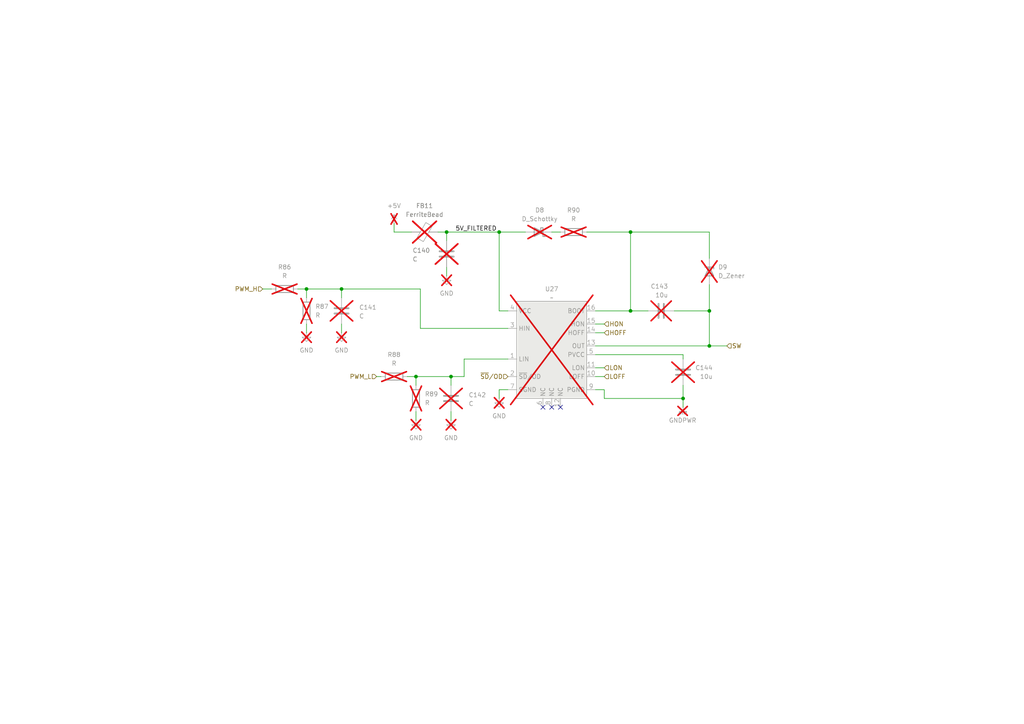
<source format=kicad_sch>
(kicad_sch (version 20231120) (generator "eeschema") (generator_version "8.0")
  (paper "A4")
  (title_block (title "HyperDrive Motor Controller") (rev "Mk. 1") (company "University of Alberta EcoCar Team"))
  (lib_symbols
    (symbol "Device:C" (pin_numbers hide) (pin_names (offset 0.254))
      (property "Reference" "C" (at 0.635 2.54 0))
      (property "Value" "C" (at 0.635 -2.54 0))
      (symbol "C_0_1"
        (polyline (pts (xy -2.032 -0.762) (xy 2.032 -0.762)) (stroke (width 0.508)))
        (polyline (pts (xy -2.032 0.762) (xy 2.032 0.762)) (stroke (width 0.508)))
      )
      (symbol "C_1_1"
        (pin passive line (at 0 3.81 270) (length 2.794) (name "~") (number "1"))
        (pin passive line (at 0 -3.81 90) (length 2.794) (name "~") (number "2"))
      )
    )
    (symbol "Device:D_Schottky" (pin_numbers hide) (pin_names (offset 1.016) hide)
      (property "Reference" "D" (at 0 2.54 0))
      (property "Value" "D_Schottky" (at 0 -2.54 0))
      (symbol "D_Schottky_0_1"
        (polyline (pts (xy 1.27 0) (xy -1.27 0)))
        (polyline (pts (xy 1.27 1.27) (xy 1.27 -1.27) (xy -1.27 0) (xy 1.27 1.27)) (stroke (width 0.254)))
        (polyline (pts (xy -1.905 0.635) (xy -1.905 1.27) (xy -1.27 1.27) (xy -1.27 -1.27) (xy -0.635 -1.27) (xy -0.635 -0.635)) (stroke (width 0.254)))
      )
      (symbol "D_Schottky_1_1"
        (pin passive line (at -3.81 0 0) (length 2.54) (name "K") (number "1"))
        (pin passive line (at 3.81 0 180) (length 2.54) (name "A") (number "2"))
      )
    )
    (symbol "Device:D_Zener" (pin_numbers hide) (pin_names (offset 1.016) hide)
      (property "Reference" "D" (at 0 2.54 0))
      (property "Value" "D_Zener" (at 0 -2.54 0))
      (symbol "D_Zener_0_1"
        (polyline (pts (xy 1.27 0) (xy -1.27 0)))
        (polyline (pts (xy -1.27 -1.27) (xy -1.27 1.27) (xy -0.762 1.27)) (stroke (width 0.254)))
        (polyline (pts (xy 1.27 -1.27) (xy 1.27 1.27) (xy -1.27 0) (xy 1.27 -1.27)) (stroke (width 0.254)))
      )
      (symbol "D_Zener_1_1"
        (pin passive line (at -3.81 0 0) (length 2.54) (name "K") (number "1"))
        (pin passive line (at 3.81 0 180) (length 2.54) (name "A") (number "2"))
      )
    )
    (symbol "Device:FerriteBead" (pin_numbers hide) (pin_names (offset 0))
      (property "Reference" "FB" (at -3.81 0.635 90))
      (property "Value" "FerriteBead" (at 3.81 0 90))
      (symbol "FerriteBead_0_1"
        (polyline (pts (xy 0 -1.27) (xy 0 -1.2192)))
        (polyline (pts (xy 0 1.27) (xy 0 1.2954)))
        (polyline (pts (xy -2.7686 0.4064) (xy -1.7018 2.2606) (xy 2.7686 -0.3048) (xy 1.6764 -2.159) (xy -2.7686 0.4064)))
      )
      (symbol "FerriteBead_1_1"
        (pin passive line (at 0 3.81 270) (length 2.54) (name "~") (number "1"))
        (pin passive line (at 0 -3.81 90) (length 2.54) (name "~") (number "2"))
      )
    )
    (symbol "Device:R" (pin_numbers hide) (pin_names (offset 0))
      (property "Reference" "R" (at 2.032 0 90))
      (property "Value" "R" (at 0 0 90))
      (symbol "R_0_1"
        (rectangle (start -1.016 -2.54) (end 1.016 2.54) (stroke (width 0.254)))
      )
      (symbol "R_1_1"
        (pin passive line (at 0 3.81 270) (length 1.27) (name "~") (number "1"))
        (pin passive line (at 0 -3.81 90) (length 1.27) (name "~") (number "2"))
      )
    )
    (symbol "ecocad_lib_symbols:STDRIVEG600"
      (property "Reference" "U" (at 0 15.748 0))
      (symbol "STDRIVEG600_1_1"
        (rectangle (start -10.16 14.224) (end 10.16 -13.97) (fill (type background)))
        (pin input line (at -12.7 -2.54 0) (length 2.54) (name "LIN") (number "1"))
        (pin input line (at 12.7 -7.62 180) (length 2.54) (name "LOFF") (number "10"))
        (pin input line (at 12.7 -5.08 180) (length 2.54) (name "LON") (number "11"))
        (pin input line (at 2.54 -16.51 90) (length 2.54) (name "NC") (number "12"))
        (pin input line (at 12.7 1.27 180) (length 2.54) (name "OUT") (number "13"))
        (pin input line (at 12.7 5.08 180) (length 2.54) (name "HOFF") (number "14"))
        (pin input line (at 12.7 7.62 180) (length 2.54) (name "HON") (number "15"))
        (pin input line (at 12.7 11.43 180) (length 2.54) (name "BOOT") (number "16"))
        (pin input line (at -12.7 -7.62 0) (length 2.54) (name "~{SD}/OD") (number "2"))
        (pin input line (at -12.7 6.35 0) (length 2.54) (name "HIN") (number "3"))
        (pin input line (at -12.7 11.43 0) (length 2.54) (name "VCC") (number "4"))
        (pin input line (at 12.7 -1.27 180) (length 2.54) (name "PVCC") (number "5"))
        (pin input line (at -2.54 -16.51 90) (length 2.54) (name "NC") (number "6"))
        (pin input line (at -12.7 -11.43 0) (length 2.54) (name "SGND") (number "7"))
        (pin input line (at 0 -16.51 90) (length 2.54) (name "NC") (number "8"))
        (pin input line (at 12.7 -11.43 180) (length 2.54) (name "PGND") (number "9"))
      )
    )
    (symbol "power:+5V" (power) (pin_numbers hide) (pin_names (offset 0) hide)
      (property "Value" "+5V" (at 0 3.556 0))
      (symbol "+5V_0_1"
        (polyline (pts (xy -0.762 1.27) (xy 0 2.54)))
        (polyline (pts (xy 0 0) (xy 0 2.54)))
        (polyline (pts (xy 0 2.54) (xy 0.762 1.27)))
      )
      (symbol "+5V_1_1"
        (pin power_in line (at 0 0 90) (length 0) (name "~") (number "1"))
      )
    )
    (symbol "power:GND" (power) (pin_numbers hide) (pin_names (offset 0) hide)
      (property "Value" "GND" (at 0 -3.81 0))
      (symbol "GND_0_1"
        (polyline (pts (xy 0 0) (xy 0 -1.27) (xy 1.27 -1.27) (xy 0 -2.54) (xy -1.27 -1.27) (xy 0 -1.27)))
      )
      (symbol "GND_1_1"
        (pin power_in line (at 0 0 270) (length 0) (name "~") (number "1"))
      )
    )
    (symbol "power:GNDPWR" (power) (pin_numbers hide) (pin_names (offset 0) hide)
      (property "Value" "GNDPWR" (at 0 -3.302 0))
      (symbol "GNDPWR_0_1"
        (polyline (pts (xy 0 -1.27) (xy 0 0)))
        (polyline (pts (xy -1.016 -1.27) (xy -1.27 -2.032) (xy -1.27 -2.032)) (stroke (width 0.2032)))
        (polyline (pts (xy -0.508 -1.27) (xy -0.762 -2.032) (xy -0.762 -2.032)) (stroke (width 0.2032)))
        (polyline (pts (xy 0 -1.27) (xy -0.254 -2.032) (xy -0.254 -2.032)) (stroke (width 0.2032)))
        (polyline (pts (xy 0.508 -1.27) (xy 0.254 -2.032) (xy 0.254 -2.032)) (stroke (width 0.2032)))
        (polyline (pts (xy 1.016 -1.27) (xy -1.016 -1.27) (xy -1.016 -1.27)) (stroke (width 0.2032)))
        (polyline (pts (xy 1.016 -1.27) (xy 0.762 -2.032) (xy 0.762 -2.032) (xy 0.762 -2.032)) (stroke (width 0.2032)))
      )
      (symbol "GNDPWR_1_1"
        (pin power_in line (at 0 0 270) (length 0) (name "~") (number "1"))
      )
    )
  )
  (junction (at 99.06 83.82))
  (junction (at 205.74 90.17))
  (junction (at 144.78 67.31))
  (junction (at 120.65 109.22))
  (junction (at 205.74 100.33))
  (junction (at 129.54 67.31))
  (junction (at 182.88 67.31))
  (junction (at 182.88 90.17))
  (junction (at 130.81 109.22))
  (junction (at 198.12 115.57))
  (junction (at 88.9 83.82))
  (no_connect (at 157.48 118.11))
  (no_connect (at 160.02 118.11))
  (no_connect (at 162.56 118.11))
  (wire (pts (xy 205.74 90.17) (xy 195.58 90.17)))
  (wire (pts (xy 130.81 119.38) (xy 130.81 121.92)))
  (wire (pts (xy 88.9 93.98) (xy 88.9 96.52)))
  (wire (pts (xy 130.81 109.22) (xy 134.62 109.22)))
  (wire (pts (xy 198.12 115.57) (xy 198.12 111.76)))
  (wire (pts (xy 175.26 93.98) (xy 172.72 93.98)))
  (wire (pts (xy 134.62 109.22) (xy 134.62 104.14)))
  (wire (pts (xy 109.22 109.22) (xy 110.49 109.22)))
  (wire (pts (xy 170.18 67.31) (xy 182.88 67.31)))
  (wire (pts (xy 175.26 113.03) (xy 175.26 115.57)))
  (wire (pts (xy 129.54 67.31) (xy 144.78 67.31)))
  (wire (pts (xy 76.2 83.82) (xy 78.74 83.82)))
  (wire (pts (xy 144.78 67.31) (xy 152.4 67.31)))
  (wire (pts (xy 205.74 90.17) (xy 205.74 100.33)))
  (wire (pts (xy 172.72 90.17) (xy 182.88 90.17)))
  (wire (pts (xy 120.65 119.38) (xy 120.65 121.92)))
  (wire (pts (xy 198.12 104.14) (xy 198.12 102.87)))
  (wire (pts (xy 175.26 115.57) (xy 198.12 115.57)))
  (wire (pts (xy 134.62 104.14) (xy 147.32 104.14)))
  (wire (pts (xy 99.06 83.82) (xy 121.92 83.82)))
  (wire (pts (xy 205.74 100.33) (xy 210.82 100.33)))
  (wire (pts (xy 120.65 109.22) (xy 120.65 111.76)))
  (wire (pts (xy 99.06 83.82) (xy 99.06 86.36)))
  (wire (pts (xy 118.11 109.22) (xy 120.65 109.22)))
  (wire (pts (xy 144.78 115.57) (xy 144.78 113.03)))
  (wire (pts (xy 198.12 115.57) (xy 198.12 118.11)))
  (wire (pts (xy 144.78 113.03) (xy 147.32 113.03)))
  (wire (pts (xy 205.74 82.55) (xy 205.74 90.17)))
  (wire (pts (xy 182.88 90.17) (xy 187.96 90.17)))
  (wire (pts (xy 114.3 67.31) (xy 119.38 67.31)))
  (wire (pts (xy 129.54 77.47) (xy 129.54 80.01)))
  (wire (pts (xy 172.72 109.22) (xy 175.26 109.22)))
  (wire (pts (xy 160.02 67.31) (xy 162.56 67.31)))
  (wire (pts (xy 172.72 100.33) (xy 205.74 100.33)))
  (wire (pts (xy 121.92 95.25) (xy 147.32 95.25)))
  (wire (pts (xy 172.72 113.03) (xy 175.26 113.03)))
  (wire (pts (xy 172.72 102.87) (xy 198.12 102.87)))
  (wire (pts (xy 88.9 83.82) (xy 88.9 86.36)))
  (wire (pts (xy 120.65 109.22) (xy 130.81 109.22)))
  (wire (pts (xy 86.36 83.82) (xy 88.9 83.82)))
  (wire (pts (xy 114.3 64.77) (xy 114.3 67.31)))
  (wire (pts (xy 172.72 96.52) (xy 175.26 96.52)))
  (wire (pts (xy 182.88 67.31) (xy 205.74 67.31)))
  (wire (pts (xy 182.88 67.31) (xy 182.88 90.17)))
  (wire (pts (xy 130.81 109.22) (xy 130.81 111.76)))
  (wire (pts (xy 99.06 93.98) (xy 99.06 96.52)))
  (wire (pts (xy 127 67.31) (xy 129.54 67.31)))
  (wire (pts (xy 129.54 67.31) (xy 129.54 69.85)))
  (wire (pts (xy 144.78 67.31) (xy 144.78 90.17)))
  (wire (pts (xy 205.74 74.93) (xy 205.74 67.31)))
  (wire (pts (xy 121.92 83.82) (xy 121.92 95.25)))
  (wire (pts (xy 88.9 83.82) (xy 99.06 83.82)))
  (wire (pts (xy 172.72 106.68) (xy 175.26 106.68)))
  (wire (pts (xy 144.78 90.17) (xy 147.32 90.17)))
  (label "5V_FILTERED" (at 132.08 67.31 0))
  (hierarchical_label "SW" (shape input) (at 210.82 100.33 0))
  (hierarchical_label "LOFF" (shape input) (at 175.26 109.22 0))
  (hierarchical_label "LON" (shape input) (at 175.26 106.68 0))
  (hierarchical_label "~{SD}{slash}OD" (shape input) (at 147.32 109.22 180))
  (hierarchical_label "PWM_L" (shape input) (at 109.22 109.22 180))
  (hierarchical_label "PWM_H" (shape input) (at 76.2 83.82 180))
  (hierarchical_label "HOFF" (shape input) (at 175.26 96.52 0))
  (hierarchical_label "HON" (shape input) (at 175.26 93.98 0))
  (symbol (lib_id "power:GND") (at 130.81 121.92 0) (unit 1) (in_bom no) (on_board no) (dnp yes)
    (property "Reference" "#PWR0239" (effects (hide yes)))
    (property "Value" "GND" (at 130.81 127 0))
    (property "Description" "Power symbol creates a global label with name \"GND\" , ground" (effects (hide yes)))
  )
  (symbol (lib_id "Device:FerriteBead") (at 123.19 67.31 90) (unit 1) (in_bom no) (on_board no) (dnp yes)
    (property "Reference" "FB11" (at 123.1392 59.69 90))
    (property "Value" "FerriteBead" (at 123.1392 62.23 90))
    (property "Description" "Ferrite bead" (effects (hide yes)))
  )
  (symbol (lib_id "Device:C") (at 191.77 90.17 90) (unit 1) (in_bom no) (on_board no) (dnp yes)
    (property "Reference" "C143" (at 193.802 83.058 90) (effects (justify left)))
    (property "Value" "10u" (at 193.802 85.598 90) (effects (justify left)))
    (property "Description" "Unpolarized capacitor" (effects (hide yes)))
  )
  (symbol (lib_id "Device:R") (at 120.65 115.57 180) (unit 1) (in_bom no) (on_board no) (dnp yes)
    (property "Reference" "R89" (at 123.19 114.2999 0) (effects (justify right)))
    (property "Value" "R" (at 123.19 116.8399 0) (effects (justify right)))
    (property "Description" "Resistor" (effects (hide yes)))
  )
  (symbol (lib_id "power:GND") (at 99.06 96.52 0) (unit 1) (in_bom no) (on_board no) (dnp yes)
    (property "Reference" "#PWR0237" (effects (hide yes)))
    (property "Value" "GND" (at 99.06 101.6 0))
    (property "Description" "Power symbol creates a global label with name \"GND\" , ground" (effects (hide yes)))
  )
  (symbol (lib_id "Device:R") (at 88.9 90.17 180) (unit 1) (in_bom no) (on_board no) (dnp yes)
    (property "Reference" "R87" (at 91.44 88.8999 0) (effects (justify right)))
    (property "Value" "R" (at 91.44 91.4399 0) (effects (justify right)))
    (property "Description" "Resistor" (effects (hide yes)))
  )
  (symbol (lib_id "power:GND") (at 88.9 96.52 0) (unit 1) (in_bom no) (on_board no) (dnp yes)
    (property "Reference" "#PWR0236" (effects (hide yes)))
    (property "Value" "GND" (at 88.9 101.6 0))
    (property "Description" "Power symbol creates a global label with name \"GND\" , ground" (effects (hide yes)))
  )
  (symbol (lib_id "power:GNDPWR") (at 198.12 118.11 0) (unit 1) (in_bom no) (on_board no) (dnp yes)
    (property "Reference" "#PWR0241" (effects (hide yes)))
    (property "Value" "GNDPWR" (at 197.993 121.92 0))
    (property "Description" "Power symbol creates a global label with name \"GNDPWR\" , global ground" (effects (hide yes)))
  )
  (symbol (lib_id "Device:C") (at 129.54 73.66 0) (unit 1) (in_bom no) (on_board no) (dnp yes)
    (property "Reference" "C140" (at 119.634 72.644 0) (effects (justify left)))
    (property "Value" "C" (at 119.634 75.184 0) (effects (justify left)))
    (property "Description" "Unpolarized capacitor" (effects (hide yes)))
  )
  (symbol (lib_id "power:GND") (at 120.65 121.92 0) (unit 1) (in_bom no) (on_board no) (dnp yes)
    (property "Reference" "#PWR0238" (effects (hide yes)))
    (property "Value" "GND" (at 120.65 127 0))
    (property "Description" "Power symbol creates a global label with name \"GND\" , ground" (effects (hide yes)))
  )
  (symbol (lib_id "power:GND") (at 144.78 115.57 0) (unit 1) (in_bom no) (on_board no) (dnp yes)
    (property "Reference" "#PWR0240" (effects (hide yes)))
    (property "Value" "GND" (at 144.78 120.65 0))
    (property "Description" "Power symbol creates a global label with name \"GND\" , ground" (effects (hide yes)))
  )
  (symbol (lib_id "Device:D_Schottky") (at 156.21 67.31 180) (unit 1) (in_bom no) (on_board no) (dnp yes)
    (property "Reference" "D8" (at 156.5275 60.96 0))
    (property "Value" "D_Schottky" (at 156.5275 63.5 0))
    (property "Description" "Schottky diode" (effects (hide yes)))
  )
  (symbol (lib_id "ecocad_lib_symbols:STDRIVEG600") (at 160.02 101.6 0) (unit 1) (in_bom no) (on_board no) (dnp yes)
    (property "Reference" "U27" (at 160.02 83.82 0))
    (property "Value" "~" (at 160.02 86.36 0))
    (property "Footprint" "Package_SO:SO-16_5.3x10.2mm_P1.27mm" (effects (hide yes)))
    (property "Datasheet" "https://www.st.com/resource/en/datasheet/stdriveg600.pdf" (effects (hide yes)))
  )
  (symbol (lib_id "Device:R") (at 114.3 109.22 90) (unit 1) (in_bom no) (on_board no) (dnp yes)
    (property "Reference" "R88" (at 114.3 102.87 90))
    (property "Value" "R" (at 114.3 105.41 90))
    (property "Description" "Resistor" (effects (hide yes)))
  )
  (symbol (lib_id "Device:R") (at 82.55 83.82 90) (unit 1) (in_bom no) (on_board no) (dnp yes)
    (property "Reference" "R86" (at 82.55 77.47 90))
    (property "Value" "R" (at 82.55 80.01 90))
    (property "Description" "Resistor" (effects (hide yes)))
  )
  (symbol (lib_id "Device:D_Zener") (at 205.74 78.74 270) (unit 1) (in_bom no) (on_board no) (dnp yes)
    (property "Reference" "D9" (at 208.28 77.4699 90) (effects (justify left)))
    (property "Value" "D_Zener" (at 208.28 80.0099 90) (effects (justify left)))
    (property "Description" "Zener diode" (effects (hide yes)))
  )
  (symbol (lib_id "power:+5V") (at 114.3 64.77 0) (unit 1) (in_bom no) (on_board no) (dnp yes)
    (property "Reference" "#PWR0234" (effects (hide yes)))
    (property "Value" "+5V" (at 114.3 59.69 0))
    (property "Description" "Power symbol creates a global label with name \"+5V\"" (effects (hide yes)))
  )
  (symbol (lib_id "Device:R") (at 166.37 67.31 270) (unit 1) (in_bom no) (on_board no) (dnp yes)
    (property "Reference" "R90" (at 166.37 60.96 90))
    (property "Value" "R" (at 166.37 63.5 90))
    (property "Description" "Resistor" (effects (hide yes)))
  )
  (symbol (lib_id "Device:C") (at 99.06 90.17 0) (unit 1) (in_bom no) (on_board no) (dnp yes)
    (property "Reference" "C141" (at 104.14 89.154 0) (effects (justify left)))
    (property "Value" "C" (at 104.14 91.694 0) (effects (justify left)))
    (property "Description" "Unpolarized capacitor" (effects (hide yes)))
  )
  (symbol (lib_id "Device:C") (at 130.81 115.57 0) (unit 1) (in_bom no) (on_board no) (dnp yes)
    (property "Reference" "C142" (at 135.89 114.554 0) (effects (justify left)))
    (property "Value" "C" (at 135.89 117.094 0) (effects (justify left)))
    (property "Description" "Unpolarized capacitor" (effects (hide yes)))
  )
  (symbol (lib_id "power:GND") (at 129.54 80.01 0) (unit 1) (in_bom no) (on_board no) (dnp yes)
    (property "Reference" "#PWR0235" (effects (hide yes)))
    (property "Value" "GND" (at 129.54 85.09 0))
    (property "Description" "Power symbol creates a global label with name \"GND\" , ground" (effects (hide yes)))
  )
  (symbol (lib_id "Device:C") (at 198.12 107.95 180) (unit 1) (in_bom no) (on_board no) (dnp yes)
    (property "Reference" "C144" (at 206.756 106.68 0) (effects (justify left)))
    (property "Value" "10u" (at 206.756 109.22 0) (effects (justify left)))
    (property "Description" "Unpolarized capacitor" (effects (hide yes)))
  )
)
</source>
